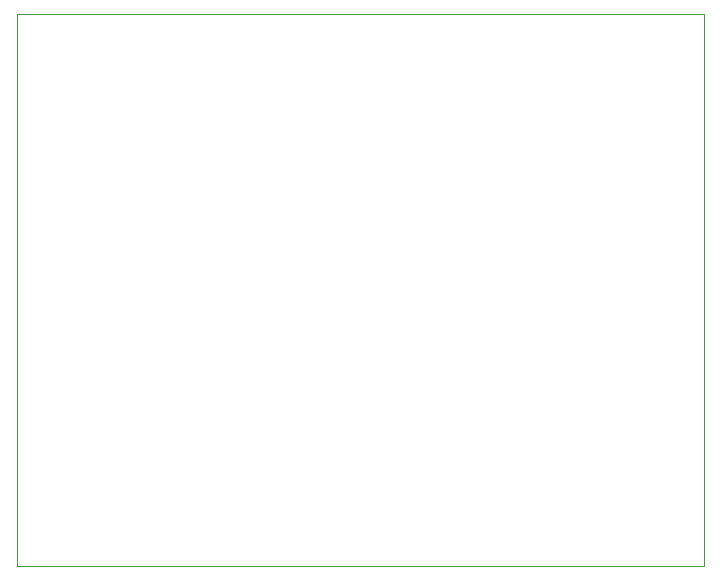
<source format=gbr>
G04 #@! TF.GenerationSoftware,KiCad,Pcbnew,(5.1.2-1)-1*
G04 #@! TF.CreationDate,2021-05-12T23:47:19-04:00*
G04 #@! TF.ProjectId,Dual Micro Sample Hold - MFOS,4475616c-204d-4696-9372-6f2053616d70,rev?*
G04 #@! TF.SameCoordinates,Original*
G04 #@! TF.FileFunction,Profile,NP*
%FSLAX46Y46*%
G04 Gerber Fmt 4.6, Leading zero omitted, Abs format (unit mm)*
G04 Created by KiCad (PCBNEW (5.1.2-1)-1) date 2021-05-12 23:47:19*
%MOMM*%
%LPD*%
G04 APERTURE LIST*
%ADD10C,0.050000*%
G04 APERTURE END LIST*
D10*
X70358000Y-12192000D02*
X12192000Y-12192000D01*
X70358000Y-58928000D02*
X70358000Y-12192000D01*
X12192000Y-58928000D02*
X70358000Y-58928000D01*
X12192000Y-12192000D02*
X12192000Y-58928000D01*
M02*

</source>
